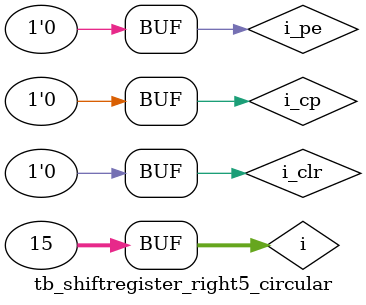
<source format=v>
module tb_shiftregister_right5_circular;
reg i_cp;
reg i_clr;
reg i_pe;
wire [4:0] o_q;
wire [4:0] o_q_;
integer i;

initial begin
    i_cp = 1'b0;
    i_clr = 1'b1;
    i_pe = 1'b0;
    i = 0;
    
    #10;
    i_clr = 1'b0;
    
    for (i = 0; i < 4'hf; i = i + 1) begin
        if (i == 0) begin
            i_pe = 1'b1;
        end
        
        i_cp = 1'b1;
        
        #5;
        i_cp = 1'b0;
        i_pe = 1'b0;
        
        #5;
    end
end

shiftregister_right5_circular dut(
    .clockpulse(i_cp),
    .clear(i_clr),
    .preset_enable(i_pe),
    .preset(5'b11000),
    .signal_q(o_q),
    .signal_q_(o_q_)
);

endmodule

</source>
